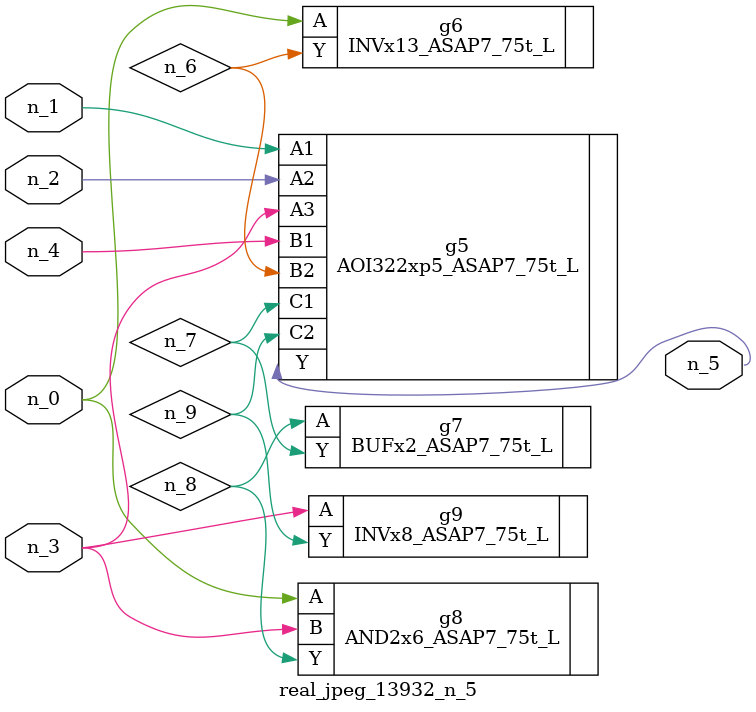
<source format=v>
module real_jpeg_13932_n_5 (n_4, n_0, n_1, n_2, n_3, n_5);

input n_4;
input n_0;
input n_1;
input n_2;
input n_3;

output n_5;

wire n_8;
wire n_6;
wire n_7;
wire n_9;

INVx13_ASAP7_75t_L g6 ( 
.A(n_0),
.Y(n_6)
);

AND2x6_ASAP7_75t_L g8 ( 
.A(n_0),
.B(n_3),
.Y(n_8)
);

AOI322xp5_ASAP7_75t_L g5 ( 
.A1(n_1),
.A2(n_2),
.A3(n_3),
.B1(n_4),
.B2(n_6),
.C1(n_7),
.C2(n_9),
.Y(n_5)
);

INVx8_ASAP7_75t_L g9 ( 
.A(n_3),
.Y(n_9)
);

BUFx2_ASAP7_75t_L g7 ( 
.A(n_8),
.Y(n_7)
);


endmodule
</source>
